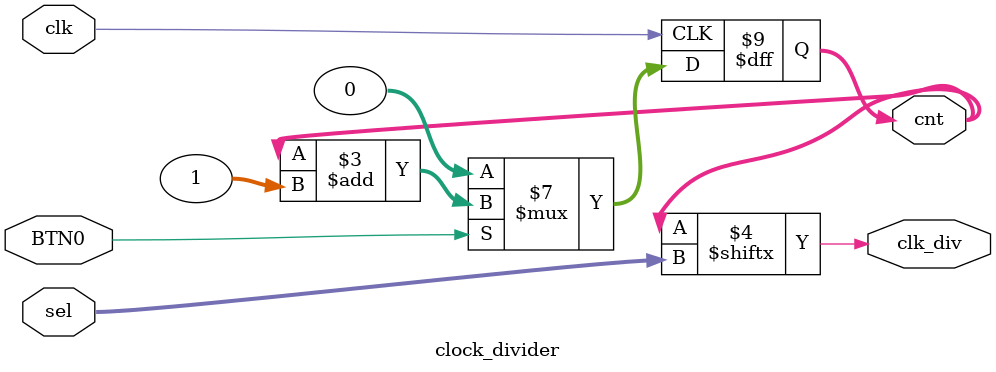
<source format=v>
module clock_divider(
    input clk,
    input BTN0,
    input [4:0] sel,
    output wire clk_div,
    output reg [31:0] cnt = 0
);
    always @(posedge clk) begin
        if (!BTN0)
            cnt <= 0;
        else
            cnt <= cnt + 1;
    end

    assign clk_div = cnt[sel];
endmodule

</source>
